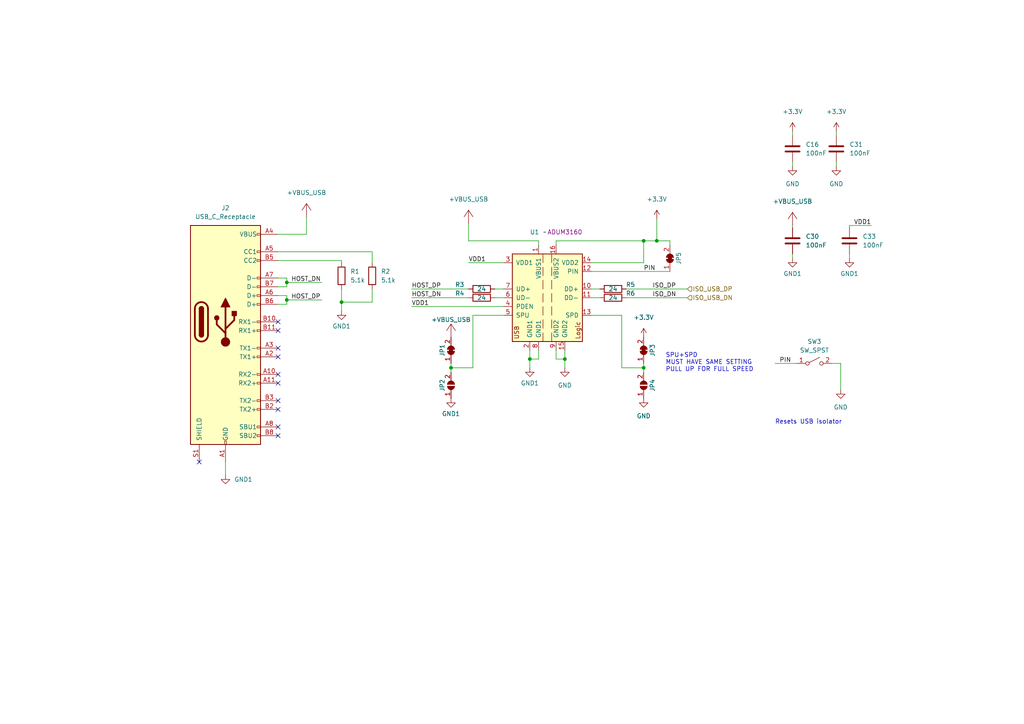
<source format=kicad_sch>
(kicad_sch (version 20211123) (generator eeschema)
  (paper "A4")
  (lib_symbols
    (symbol "+3.3V_1" (power) (pin_names (offset 0))
      (property "Value" "+3.3V_1" (at 0 3.556 0))
      (symbol "+3.3V_1_0_1"
        (polyline (pts (xy -0.762 1.27) (xy 0 2.54)))
        (polyline (pts (xy 0 0) (xy 0 2.54)))
        (polyline (pts (xy 0 2.54) (xy 0.762 1.27)))
      )
      (symbol "+3.3V_1_1_1"
        (pin power_in line (at 0 0 90) (length 0) hide (name "+3.3V") (number "1"))
      )
    )
    (symbol "Connector:USB_C_Receptacle" (pin_names (offset 1.016))
      (property "Reference" "J" (at -10.16 29.21 0))
      (property "Value" "USB_C_Receptacle" (at 10.16 29.21 0))
      (symbol "USB_C_Receptacle_0_0"
        (rectangle (start -0.254 -35.56) (end 0.254 -34.544))
        (rectangle (start 10.16 -32.766) (end 9.144 -33.274))
        (rectangle (start 10.16 -30.226) (end 9.144 -30.734))
        (rectangle (start 10.16 -25.146) (end 9.144 -25.654))
        (rectangle (start 10.16 -22.606) (end 9.144 -23.114))
        (rectangle (start 10.16 -17.526) (end 9.144 -18.034))
        (rectangle (start 10.16 -14.986) (end 9.144 -15.494))
        (rectangle (start 10.16 -9.906) (end 9.144 -10.414))
        (rectangle (start 10.16 -7.366) (end 9.144 -7.874))
        (rectangle (start 10.16 -2.286) (end 9.144 -2.794))
        (rectangle (start 10.16 0.254) (end 9.144 -0.254))
        (rectangle (start 10.16 5.334) (end 9.144 4.826))
        (rectangle (start 10.16 7.874) (end 9.144 7.366))
        (rectangle (start 10.16 10.414) (end 9.144 9.906))
        (rectangle (start 10.16 12.954) (end 9.144 12.446))
        (rectangle (start 10.16 18.034) (end 9.144 17.526))
        (rectangle (start 10.16 20.574) (end 9.144 20.066))
        (rectangle (start 10.16 25.654) (end 9.144 25.146))
      )
      (symbol "USB_C_Receptacle_0_1"
        (rectangle (start -10.16 27.94) (end 10.16 -35.56) (stroke (width 0.254)) (fill (type background)))
        (arc (start -8.89 -3.81) (mid -6.985 -5.715) (end -5.08 -3.81) (stroke (width 0.508)))
        (arc (start -7.62 -3.81) (mid -6.985 -4.445) (end -6.35 -3.81) (stroke (width 0.254)))
        (arc (start -7.62 -3.81) (mid -6.985 -4.445) (end -6.35 -3.81) (stroke (width 0.254)) (fill (type outline)))
        (rectangle (start -7.62 -3.81) (end -6.35 3.81) (stroke (width 0.254)) (fill (type outline)))
        (arc (start -6.35 3.81) (mid -6.985 4.445) (end -7.62 3.81) (stroke (width 0.254)))
        (arc (start -6.35 3.81) (mid -6.985 4.445) (end -7.62 3.81) (stroke (width 0.254)) (fill (type outline)))
        (arc (start -5.08 3.81) (mid -6.985 5.715) (end -8.89 3.81) (stroke (width 0.508)))
        (polyline (pts (xy -8.89 -3.81) (xy -8.89 3.81)) (stroke (width 0.508)))
        (polyline (pts (xy -5.08 3.81) (xy -5.08 -3.81)) (stroke (width 0.508)))
      )
      (symbol "USB_C_Receptacle_1_1"
        (circle (center -2.54 1.143) (radius 0.635) (stroke (width 0.254)) (fill (type outline)))
        (circle (center 0 -5.842) (radius 1.27) (fill (type outline)))
        (polyline (pts (xy 0 -5.842) (xy 0 4.318)) (stroke (width 0.508)))
        (polyline (pts (xy 0 -3.302) (xy -2.54 -0.762) (xy -2.54 0.508)) (stroke (width 0.508)))
        (polyline (pts (xy 0 -2.032) (xy 2.54 0.508) (xy 2.54 1.778)) (stroke (width 0.508)))
        (polyline (pts (xy -1.27 4.318) (xy 0 6.858) (xy 1.27 4.318) (xy -1.27 4.318)) (stroke (width 0.254)) (fill (type outline)))
        (rectangle (start 1.905 1.778) (end 3.175 3.048) (stroke (width 0.254)) (fill (type outline)))
        (pin passive line (at 0 -40.64 90) (length 5.08) (name "GND") (number "A1"))
        (pin bidirectional line (at 15.24 -15.24 180) (length 5.08) (name "RX2-") (number "A10"))
        (pin bidirectional line (at 15.24 -17.78 180) (length 5.08) (name "RX2+") (number "A11"))
        (pin passive line (at 0 -40.64 90) (length 5.08) hide (name "GND") (number "A12"))
        (pin bidirectional line (at 15.24 -10.16 180) (length 5.08) (name "TX1+") (number "A2"))
        (pin bidirectional line (at 15.24 -7.62 180) (length 5.08) (name "TX1-") (number "A3"))
        (pin passive line (at 15.24 25.4 180) (length 5.08) (name "VBUS") (number "A4"))
        (pin bidirectional line (at 15.24 20.32 180) (length 5.08) (name "CC1") (number "A5"))
        (pin bidirectional line (at 15.24 7.62 180) (length 5.08) (name "D+") (number "A6"))
        (pin bidirectional line (at 15.24 12.7 180) (length 5.08) (name "D-") (number "A7"))
        (pin bidirectional line (at 15.24 -30.48 180) (length 5.08) (name "SBU1") (number "A8"))
        (pin passive line (at 15.24 25.4 180) (length 5.08) hide (name "VBUS") (number "A9"))
        (pin passive line (at 0 -40.64 90) (length 5.08) hide (name "GND") (number "B1"))
        (pin bidirectional line (at 15.24 0 180) (length 5.08) (name "RX1-") (number "B10"))
        (pin bidirectional line (at 15.24 -2.54 180) (length 5.08) (name "RX1+") (number "B11"))
        (pin passive line (at 0 -40.64 90) (length 5.08) hide (name "GND") (number "B12"))
        (pin bidirectional line (at 15.24 -25.4 180) (length 5.08) (name "TX2+") (number "B2"))
        (pin bidirectional line (at 15.24 -22.86 180) (length 5.08) (name "TX2-") (number "B3"))
        (pin passive line (at 15.24 25.4 180) (length 5.08) hide (name "VBUS") (number "B4"))
        (pin bidirectional line (at 15.24 17.78 180) (length 5.08) (name "CC2") (number "B5"))
        (pin bidirectional line (at 15.24 5.08 180) (length 5.08) (name "D+") (number "B6"))
        (pin bidirectional line (at 15.24 10.16 180) (length 5.08) (name "D-") (number "B7"))
        (pin bidirectional line (at 15.24 -33.02 180) (length 5.08) (name "SBU2") (number "B8"))
        (pin passive line (at 15.24 25.4 180) (length 5.08) hide (name "VBUS") (number "B9"))
        (pin passive line (at -7.62 -40.64 90) (length 5.08) (name "SHIELD") (number "S1"))
      )
    )
    (symbol "Device:C" (pin_numbers hide) (pin_names (offset 0.254))
      (property "Reference" "C" (at 0.635 2.54 0))
      (property "Value" "C" (at 0.635 -2.54 0))
      (symbol "C_0_1"
        (polyline (pts (xy -2.032 -0.762) (xy 2.032 -0.762)) (stroke (width 0.508)))
        (polyline (pts (xy -2.032 0.762) (xy 2.032 0.762)) (stroke (width 0.508)))
      )
      (symbol "C_1_1"
        (pin passive line (at 0 3.81 270) (length 2.794) (name "~") (number "1"))
        (pin passive line (at 0 -3.81 90) (length 2.794) (name "~") (number "2"))
      )
    )
    (symbol "Device:R" (pin_numbers hide) (pin_names (offset 0))
      (property "Reference" "R" (at 2.032 0 90))
      (property "Value" "R" (at 0 0 90))
      (symbol "R_0_1"
        (rectangle (start -1.016 -2.54) (end 1.016 2.54) (stroke (width 0.254)))
      )
      (symbol "R_1_1"
        (pin passive line (at 0 3.81 270) (length 1.27) (name "~") (number "1"))
        (pin passive line (at 0 -3.81 90) (length 1.27) (name "~") (number "2"))
      )
    )
    (symbol "GND1_1" (power) (pin_names (offset 0))
      (property "Value" "GND1_1" (at 0 -3.81 0))
      (symbol "GND1_1_0_1"
        (polyline (pts (xy 0 0) (xy 0 -1.27) (xy 1.27 -1.27) (xy 0 -2.54) (xy -1.27 -1.27) (xy 0 -1.27)))
      )
      (symbol "GND1_1_1_1"
        (pin power_in line (at 0 0 270) (length 0) hide (name "GND1") (number "1"))
      )
    )
    (symbol "GND1_2" (power) (pin_names (offset 0))
      (property "Value" "GND1_2" (at 0 -3.81 0))
      (symbol "GND1_2_0_1"
        (polyline (pts (xy 0 0) (xy 0 -1.27) (xy 1.27 -1.27) (xy 0 -2.54) (xy -1.27 -1.27) (xy 0 -1.27)))
      )
      (symbol "GND1_2_1_1"
        (pin power_in line (at 0 0 270) (length 0) hide (name "GND1") (number "1"))
      )
    )
    (symbol "GND1_3" (power) (pin_names (offset 0))
      (property "Value" "GND1_3" (at 0 -3.81 0))
      (symbol "GND1_3_0_1"
        (polyline (pts (xy 0 0) (xy 0 -1.27) (xy 1.27 -1.27) (xy 0 -2.54) (xy -1.27 -1.27) (xy 0 -1.27)))
      )
      (symbol "GND1_3_1_1"
        (pin power_in line (at 0 0 270) (length 0) hide (name "GND1") (number "1"))
      )
    )
    (symbol "GND1_4" (power) (pin_names (offset 0))
      (property "Value" "GND1_4" (at 0 -3.81 0))
      (symbol "GND1_4_0_1"
        (polyline (pts (xy 0 0) (xy 0 -1.27) (xy 1.27 -1.27) (xy 0 -2.54) (xy -1.27 -1.27) (xy 0 -1.27)))
      )
      (symbol "GND1_4_1_1"
        (pin power_in line (at 0 0 270) (length 0) hide (name "GND1") (number "1"))
      )
    )
    (symbol "GND_1" (power) (pin_names (offset 0))
      (property "Value" "GND_1" (at 0 -3.81 0))
      (symbol "GND_1_0_1"
        (polyline (pts (xy 0 0) (xy 0 -1.27) (xy 1.27 -1.27) (xy 0 -2.54) (xy -1.27 -1.27) (xy 0 -1.27)))
      )
      (symbol "GND_1_1_1"
        (pin power_in line (at 0 0 270) (length 0) hide (name "GND") (number "1"))
      )
    )
    (symbol "GND_2" (power) (pin_names (offset 0))
      (property "Value" "GND_2" (at 0 -3.81 0))
      (symbol "GND_2_0_1"
        (polyline (pts (xy 0 0) (xy 0 -1.27) (xy 1.27 -1.27) (xy 0 -2.54) (xy -1.27 -1.27) (xy 0 -1.27)))
      )
      (symbol "GND_2_1_1"
        (pin power_in line (at 0 0 270) (length 0) hide (name "GND") (number "1"))
      )
    )
    (symbol "GND_3" (power) (pin_names (offset 0))
      (property "Value" "GND_3" (at 0 -3.81 0))
      (symbol "GND_3_0_1"
        (polyline (pts (xy 0 0) (xy 0 -1.27) (xy 1.27 -1.27) (xy 0 -2.54) (xy -1.27 -1.27) (xy 0 -1.27)))
      )
      (symbol "GND_3_1_1"
        (pin power_in line (at 0 0 270) (length 0) hide (name "GND") (number "1"))
      )
    )
    (symbol "Interface_USB:ADUM3160" (pin_names (offset 1.016))
      (property "Reference" "U" (at -10.16 13.97 0))
      (property "Value" "ADUM3160" (at 3.81 13.97 0))
      (symbol "ADUM3160_0_0"
        (text "Logic" (at 8.89 -12.065 900) (effects (font (size 1.27 1.27)) (justify left)))
      )
      (symbol "ADUM3160_0_1"
        (rectangle (start -10.16 12.7) (end 10.16 -12.7) (stroke (width 0.254)) (fill (type background)))
        (polyline (pts (xy -1.27 -10.16) (xy -1.27 -12.7)))
        (polyline (pts (xy -1.27 -6.35) (xy -1.27 -8.89)))
        (polyline (pts (xy -1.27 -2.54) (xy -1.27 -5.08)))
        (polyline (pts (xy -1.27 1.27) (xy -1.27 -1.27)))
        (polyline (pts (xy -1.27 5.08) (xy -1.27 2.54)))
        (polyline (pts (xy -1.27 8.89) (xy -1.27 6.35)))
        (polyline (pts (xy -1.27 12.7) (xy -1.27 10.16)))
        (polyline (pts (xy 1.27 -10.16) (xy 1.27 -12.7)))
        (polyline (pts (xy 1.27 -6.35) (xy 1.27 -8.89)))
        (polyline (pts (xy 1.27 -2.54) (xy 1.27 -5.08)))
        (polyline (pts (xy 1.27 1.27) (xy 1.27 -1.27)))
        (polyline (pts (xy 1.27 5.08) (xy 1.27 2.54)))
        (polyline (pts (xy 1.27 8.89) (xy 1.27 6.35)))
        (polyline (pts (xy 1.27 12.7) (xy 1.27 10.16)))
      )
      (symbol "ADUM3160_1_0"
        (text "USB" (at -8.89 -12.065 900) (effects (font (size 1.27 1.27)) (justify left)))
      )
      (symbol "ADUM3160_1_1"
        (pin power_in line (at -2.54 15.24 270) (length 2.54) (name "VBUS1") (number "1"))
        (pin bidirectional line (at 12.7 2.54 180) (length 2.54) (name "DD+") (number "10"))
        (pin bidirectional line (at 12.7 0 180) (length 2.54) (name "DD-") (number "11"))
        (pin input line (at 12.7 7.62 180) (length 2.54) (name "PIN") (number "12"))
        (pin input line (at 12.7 -5.08 180) (length 2.54) (name "SPD") (number "13"))
        (pin power_in line (at 12.7 10.16 180) (length 2.54) (name "VDD2") (number "14"))
        (pin power_in line (at 5.08 -15.24 90) (length 2.54) (name "GND2") (number "15"))
        (pin power_in line (at 2.54 15.24 270) (length 2.54) (name "VBUS2") (number "16"))
        (pin power_in line (at -5.08 -15.24 90) (length 2.54) (name "GND1") (number "2"))
        (pin power_in line (at -12.7 10.16 0) (length 2.54) (name "VDD1") (number "3"))
        (pin input line (at -12.7 -2.54 0) (length 2.54) (name "PDEN") (number "4"))
        (pin input line (at -12.7 -5.08 0) (length 2.54) (name "SPU") (number "5"))
        (pin bidirectional line (at -12.7 0 0) (length 2.54) (name "UD-") (number "6"))
        (pin bidirectional line (at -12.7 2.54 0) (length 2.54) (name "UD+") (number "7"))
        (pin power_in line (at -2.54 -15.24 90) (length 2.54) (name "GND1") (number "8"))
        (pin power_in line (at 2.54 -15.24 90) (length 2.54) (name "GND2") (number "9"))
      )
    )
    (symbol "Jumper:SolderJumper_2_Bridged" (pin_names (offset 0) hide)
      (property "Reference" "JP" (at 0 2.032 0))
      (property "Value" "SolderJumper_2_Bridged" (at 0 -2.54 0))
      (symbol "SolderJumper_2_Bridged_0_1"
        (rectangle (start -0.508 0.508) (end 0.508 -0.508) (fill (type outline)))
        (arc (start -0.254 1.016) (mid -1.27 0) (end -0.254 -1.016))
        (arc (start -0.254 1.016) (mid -1.27 0) (end -0.254 -1.016) (fill (type outline)))
        (polyline (pts (xy -0.254 1.016) (xy -0.254 -1.016)))
        (polyline (pts (xy 0.254 1.016) (xy 0.254 -1.016)))
        (arc (start 0.254 -1.016) (mid 1.27 0) (end 0.254 1.016))
        (arc (start 0.254 -1.016) (mid 1.27 0) (end 0.254 1.016) (fill (type outline)))
      )
      (symbol "SolderJumper_2_Bridged_1_1"
        (pin passive line (at -3.81 0 0) (length 2.54) (name "A") (number "1"))
        (pin passive line (at 3.81 0 180) (length 2.54) (name "B") (number "2"))
      )
    )
    (symbol "Jumper:SolderJumper_2_Open" (pin_names (offset 0) hide)
      (property "Reference" "JP" (at 0 2.032 0))
      (property "Value" "SolderJumper_2_Open" (at 0 -2.54 0))
      (symbol "SolderJumper_2_Open_0_1"
        (arc (start -0.254 1.016) (mid -1.27 0) (end -0.254 -1.016))
        (arc (start -0.254 1.016) (mid -1.27 0) (end -0.254 -1.016) (fill (type outline)))
        (polyline (pts (xy -0.254 1.016) (xy -0.254 -1.016)))
        (polyline (pts (xy 0.254 1.016) (xy 0.254 -1.016)))
        (arc (start 0.254 -1.016) (mid 1.27 0) (end 0.254 1.016))
        (arc (start 0.254 -1.016) (mid 1.27 0) (end 0.254 1.016) (fill (type outline)))
      )
      (symbol "SolderJumper_2_Open_1_1"
        (pin passive line (at -3.81 0 0) (length 2.54) (name "A") (number "1"))
        (pin passive line (at 3.81 0 180) (length 2.54) (name "B") (number "2"))
      )
    )
    (symbol "PDHV_sym:+VBUS_USB" (power) (in_bom no) (on_board no)
      (property "Value" "+VBUS_USB" (at 0 5.08 0))
      (symbol "+VBUS_USB_0_1"
        (polyline (pts (xy 0 0) (xy 0 3.81)))
        (polyline (pts (xy 0 3.81) (xy -1.27 1.905)))
        (polyline (pts (xy 0 3.81) (xy 1.27 1.905)))
      )
      (symbol "+VBUS_USB_1_1"
        (pin power_in line (at 0 0 90) (length 2.54) hide (name "+VBUS_USB") (number "1"))
      )
    )
    (symbol "Switch:SW_SPST" (pin_names (offset 0) hide)
      (property "Reference" "SW" (at 0 3.175 0))
      (property "Value" "SW_SPST" (at 0 -2.54 0))
      (symbol "SW_SPST_0_0"
        (circle (center -2.032 0) (radius 0.508))
        (polyline (pts (xy -1.524 0.254) (xy 1.524 1.778)))
        (circle (center 2.032 0) (radius 0.508))
      )
      (symbol "SW_SPST_1_1"
        (pin passive line (at -5.08 0 0) (length 2.54) (name "A") (number "1"))
        (pin passive line (at 5.08 0 180) (length 2.54) (name "B") (number "2"))
      )
    )
    (symbol "power:+3.3V" (power) (pin_names (offset 0))
      (property "Value" "+3.3V" (at 0 3.556 0))
      (symbol "+3.3V_0_1"
        (polyline (pts (xy -0.762 1.27) (xy 0 2.54)))
        (polyline (pts (xy 0 0) (xy 0 2.54)))
        (polyline (pts (xy 0 2.54) (xy 0.762 1.27)))
      )
      (symbol "+3.3V_1_1"
        (pin power_in line (at 0 0 90) (length 0) hide (name "+3.3V") (number "1"))
      )
    )
    (symbol "power:GND" (power) (pin_names (offset 0))
      (property "Value" "GND" (at 0 -3.81 0))
      (symbol "GND_0_1"
        (polyline (pts (xy 0 0) (xy 0 -1.27) (xy 1.27 -1.27) (xy 0 -2.54) (xy -1.27 -1.27) (xy 0 -1.27)))
      )
      (symbol "GND_1_1"
        (pin power_in line (at 0 0 270) (length 0) hide (name "GND") (number "1"))
      )
    )
    (symbol "power:GND1" (power) (pin_names (offset 0))
      (property "Value" "GND1" (at 0 -3.81 0))
      (symbol "GND1_0_1"
        (polyline (pts (xy 0 0) (xy 0 -1.27) (xy 1.27 -1.27) (xy 0 -2.54) (xy -1.27 -1.27) (xy 0 -1.27)))
      )
      (symbol "GND1_1_1"
        (pin power_in line (at 0 0 270) (length 0) hide (name "GND1") (number "1"))
      )
    )
  )
  (junction (at 186.69 69.85))
  (junction (at 163.83 104.14))
  (junction (at 186.69 106.68))
  (junction (at 83.185 86.995))
  (junction (at 153.67 104.14))
  (junction (at 83.185 81.915))
  (junction (at 130.81 106.68))
  (junction (at 190.5 69.85))
  (junction (at 99.06 87.63))
  (no_connect (at 80.645 126.365))
  (no_connect (at 80.645 108.585))
  (no_connect (at 80.645 103.505))
  (no_connect (at 80.645 100.965))
  (no_connect (at 80.645 95.885))
  (no_connect (at 80.645 93.345))
  (no_connect (at 80.645 123.825))
  (no_connect (at 80.645 118.745))
  (no_connect (at 80.645 116.205))
  (no_connect (at 80.645 111.125))
  (no_connect (at 57.785 133.985))
  (wire (pts (xy 163.83 104.14) (xy 163.83 106.68)))
  (wire (pts (xy 119.38 88.9) (xy 146.05 88.9)))
  (wire (pts (xy 190.5 63.5) (xy 190.5 69.85)))
  (wire (pts (xy 171.45 76.2) (xy 186.69 76.2)))
  (wire (pts (xy 80.645 75.565) (xy 99.06 75.565)))
  (wire (pts (xy 83.185 81.915) (xy 93.345 81.915)))
  (wire (pts (xy 143.51 86.36) (xy 146.05 86.36)))
  (wire (pts (xy 99.06 83.82) (xy 99.06 87.63)))
  (wire (pts (xy 130.81 106.68) (xy 137.16 106.68)))
  (wire (pts (xy 80.645 73.025) (xy 107.95 73.025)))
  (wire (pts (xy 161.29 69.85) (xy 186.69 69.85)))
  (wire (pts (xy 243.84 113.03) (xy 243.84 105.41)))
  (wire (pts (xy 135.89 69.85) (xy 156.21 69.85)))
  (wire (pts (xy 186.69 105.41) (xy 186.69 106.68)))
  (wire (pts (xy 186.69 76.2) (xy 186.69 69.85)))
  (wire (pts (xy 119.38 83.82) (xy 135.89 83.82)))
  (wire (pts (xy 156.21 104.14) (xy 156.21 101.6)))
  (wire (pts (xy 83.185 81.915) (xy 83.185 83.185)))
  (wire (pts (xy 83.185 86.995) (xy 93.345 86.995)))
  (wire (pts (xy 161.29 71.12) (xy 161.29 69.85)))
  (wire (pts (xy 83.185 85.725) (xy 83.185 86.995)))
  (wire (pts (xy 161.29 104.14) (xy 163.83 104.14)))
  (wire (pts (xy 83.185 83.185) (xy 80.645 83.185)))
  (wire (pts (xy 99.06 75.565) (xy 99.06 76.2)))
  (wire (pts (xy 137.16 91.44) (xy 137.16 106.68)))
  (wire (pts (xy 146.05 91.44) (xy 137.16 91.44)))
  (wire (pts (xy 246.38 65.405) (xy 246.38 66.04)))
  (wire (pts (xy 99.06 87.63) (xy 99.06 90.17)))
  (wire (pts (xy 83.185 86.995) (xy 83.185 88.265)))
  (wire (pts (xy 130.81 106.68) (xy 130.81 107.95)))
  (wire (pts (xy 186.69 69.85) (xy 190.5 69.85)))
  (wire (pts (xy 65.405 133.985) (xy 65.405 137.795)))
  (wire (pts (xy 80.645 88.265) (xy 83.185 88.265)))
  (wire (pts (xy 153.67 104.14) (xy 156.21 104.14)))
  (wire (pts (xy 153.67 101.6) (xy 153.67 104.14)))
  (wire (pts (xy 161.29 101.6) (xy 161.29 104.14)))
  (wire (pts (xy 242.57 46.99) (xy 242.57 48.26)))
  (wire (pts (xy 119.38 86.36) (xy 135.89 86.36)))
  (wire (pts (xy 171.45 83.82) (xy 173.99 83.82)))
  (wire (pts (xy 181.61 83.82) (xy 199.39 83.82)))
  (wire (pts (xy 181.61 86.36) (xy 199.39 86.36)))
  (wire (pts (xy 243.84 105.41) (xy 241.3 105.41)))
  (wire (pts (xy 107.95 76.2) (xy 107.95 73.025)))
  (wire (pts (xy 153.67 106.68) (xy 153.67 104.14)))
  (wire (pts (xy 156.21 69.85) (xy 156.21 71.12)))
  (wire (pts (xy 163.83 104.14) (xy 163.83 101.6)))
  (wire (pts (xy 83.185 80.645) (xy 83.185 81.915)))
  (wire (pts (xy 88.9 62.865) (xy 88.9 67.945)))
  (wire (pts (xy 224.79 105.41) (xy 231.14 105.41)))
  (wire (pts (xy 99.06 87.63) (xy 107.95 87.63)))
  (wire (pts (xy 80.645 80.645) (xy 83.185 80.645)))
  (wire (pts (xy 246.38 65.405) (xy 252.73 65.405)))
  (wire (pts (xy 135.89 64.77) (xy 135.89 69.85)))
  (wire (pts (xy 229.87 46.99) (xy 229.87 48.26)))
  (wire (pts (xy 246.38 73.66) (xy 246.38 74.93)))
  (wire (pts (xy 135.89 76.2) (xy 146.05 76.2)))
  (wire (pts (xy 80.645 85.725) (xy 83.185 85.725)))
  (wire (pts (xy 194.31 69.85) (xy 194.31 71.12)))
  (wire (pts (xy 186.69 106.68) (xy 180.34 106.68)))
  (wire (pts (xy 180.34 91.44) (xy 180.34 106.68)))
  (wire (pts (xy 229.87 65.405) (xy 229.87 66.04)))
  (wire (pts (xy 171.45 78.74) (xy 194.31 78.74)))
  (wire (pts (xy 107.95 87.63) (xy 107.95 83.82)))
  (wire (pts (xy 242.57 38.1) (xy 242.57 39.37)))
  (wire (pts (xy 229.87 73.66) (xy 229.87 74.93)))
  (wire (pts (xy 171.45 91.44) (xy 180.34 91.44)))
  (wire (pts (xy 186.69 106.68) (xy 186.69 107.95)))
  (wire (pts (xy 130.81 105.41) (xy 130.81 106.68)))
  (wire (pts (xy 190.5 69.85) (xy 194.31 69.85)))
  (wire (pts (xy 229.87 38.1) (xy 229.87 39.37)))
  (wire (pts (xy 143.51 83.82) (xy 146.05 83.82)))
  (wire (pts (xy 171.45 86.36) (xy 173.99 86.36)))
  (wire (pts (xy 88.9 67.945) (xy 80.645 67.945)))
  (text "SPU+SPD\nMUST HAVE SAME SETTING\nPULL UP FOR FULL SPEED" (at 193.04 107.95 0) (effects (font (size 1.27 1.27)) (justify left bottom)))
  (text "Resets USB isolator" (at 224.79 123.19 0) (effects (font (size 1.27 1.27)) (justify left bottom)))
  (label "ISO_DN" (at 189.23 86.36 0))
  (label "PIN" (at 186.69 78.74 0))
  (label "HOST_DN" (at 84.455 81.915 0))
  (label "VDD1" (at 119.38 88.9 0))
  (label "ISO_DP" (at 189.23 83.82 0))
  (label "HOST_DP" (at 119.38 83.82 0))
  (label "VDD1" (at 135.89 76.2 0))
  (label "HOST_DP" (at 84.455 86.995 0))
  (label "HOST_DN" (at 119.38 86.36 0))
  (label "VDD1" (at 247.65 65.405 0))
  (label "PIN" (at 226.06 105.41 0))
  (hierarchical_label "ISO_USB_DN" (shape input) (at 199.39 86.36 0))
  (hierarchical_label "ISO_USB_DP" (shape input) (at 199.39 83.82 0))
  (symbol (lib_name "+3.3V_1") (lib_id "power:+3.3V") (at 190.5 63.5 0) (unit 1)
    (property "Reference" "#PWR014" (effects hide))
    (property "Value" "+3.3V" (at 190.5 57.785 0))
  )
  (symbol (lib_name "GND1_4") (lib_id "power:GND1") (at 130.81 115.57 0) (unit 1)
    (property "Reference" "#PWR010" (effects hide))
    (property "Value" "GND1" (at 130.81 120.015 0))
  )
  (symbol (lib_id "power:GND1") (at 229.87 74.93 0) (unit 1)
    (property "Reference" "#PWR056" (effects hide))
    (property "Value" "GND1" (at 229.87 79.375 0))
  )
  (symbol (lib_id "power:GND") (at 229.87 48.26 0) (unit 1)
    (property "Reference" "#PWR062" (effects hide))
    (property "Value" "GND" (at 229.87 53.34 0))
  )
  (symbol (lib_id "Device:C") (at 229.87 43.18 0) (unit 1)
    (property "Reference" "C16" (at 233.68 41.9099 0) (effects (justify left)))
    (property "Value" "100nF" (at 233.68 44.4499 0) (effects (justify left)))
    (property "Footprint" "Capacitor_SMD:C_0603_1608Metric" (effects hide))
    (property "Voltage" "10V" (effects hide))
    (property "MPN" "CC0603KRX7R6BB104" (effects hide))
  )
  (symbol (lib_name "GND_3") (lib_id "power:GND") (at 186.69 115.57 0) (unit 1)
    (property "Reference" "#PWR016" (effects hide))
    (property "Value" "~" (at 186.69 120.65 0))
  )
  (symbol (lib_id "Device:R") (at 177.8 86.36 90) (unit 1)
    (property "Reference" "R6" (at 182.88 85.09 90))
    (property "Value" "24" (at 177.8 86.36 90))
    (property "Footprint" "Resistor_SMD:R_0603_1608Metric" (effects hide))
    (property "Tol" "1%" (effects hide))
    (property "Digikey PN" "RMCF0603FT24R0CT-ND" (effects hide))
    (property "MPN" "RMCF0603FT24R0" (effects hide))
  )
  (symbol (lib_id "Jumper:SolderJumper_2_Bridged") (at 194.31 74.93 270) (mirror x) (unit 1)
    (property "Reference" "JP5" (at 196.85 74.93 0))
    (property "Footprint" "Jumper:SolderJumper-2_P1.3mm_Bridged_RoundedPad1.0x1.5mm" (effects hide))
    (property "MPN" "DNP" (effects hide))
  )
  (symbol (lib_name "GND1_2") (lib_id "power:GND1") (at 153.67 106.68 0) (unit 1)
    (property "Reference" "#PWR012" (effects hide))
    (property "Value" "GND1" (at 153.67 111.125 0))
  )
  (symbol (lib_name "GND1_1") (lib_id "power:GND1") (at 65.405 137.795 0) (unit 1)
    (property "Reference" "#PWR06" (effects hide))
    (property "Value" "GND1" (at 67.945 139.0649 0) (effects (justify left)))
  )
  (symbol (lib_name "GND_1") (lib_id "power:GND") (at 163.83 106.68 0) (unit 1)
    (property "Reference" "#PWR013" (effects hide))
    (property "Value" "GND" (at 163.83 111.76 0))
  )
  (symbol (lib_id "Device:R") (at 177.8 83.82 90) (unit 1)
    (property "Reference" "R5" (at 182.88 82.55 90))
    (property "Value" "24" (at 177.8 83.82 90))
    (property "Footprint" "Resistor_SMD:R_0603_1608Metric" (effects hide))
    (property "Tol" "1%" (effects hide))
    (property "Digikey PN" "RMCF0603FT24R0CT-ND" (effects hide))
    (property "MPN" "RMCF0603FT24R0" (effects hide))
  )
  (symbol (lib_id "PDHV_sym:+VBUS_USB") (at 130.81 97.79 0) (unit 1) (in_bom no) (on_board no)
    (property "Reference" "#PWR09" (effects hide))
    (property "Value" "+VBUS_USB" (at 130.81 92.71 0))
  )
  (symbol (lib_id "power:+3.3V") (at 242.57 38.1 0) (unit 1)
    (property "Reference" "#PWR057" (effects hide))
    (property "Value" "+3.3V" (at 242.57 32.385 0))
  )
  (symbol (lib_id "Connector:USB_C_Receptacle") (at 65.405 93.345 0) (unit 1)
    (property "Reference" "J2" (at 65.405 60.325 0))
    (property "Value" "USB_C_Receptacle" (at 65.405 62.865 0))
    (property "Footprint" "Connector_USB:USB_C_Receptacle_JAE_DX07S016JA1R1500" (effects hide))
    (property "Datasheet" "https://www.usb.org/sites/default/files/documents/usb_type-c.zip" (effects hide))
    (property "MPN" "DX07S016JA1R1500" (effects hide))
  )
  (symbol (lib_id "Device:R") (at 99.06 80.01 0) (unit 1)
    (property "Reference" "R1" (at 101.6 78.7399 0) (effects (justify left)))
    (property "Value" "5.1k" (at 101.6 81.2799 0) (effects (justify left)))
    (property "Footprint" "Resistor_SMD:R_0603_1608Metric" (effects hide))
    (property "Digikey PN" "RMCF0603FT5K10CT-ND" (effects hide))
    (property "MPN" "RMCF0603FT5K10" (effects hide))
    (property "Tol" "1%" (effects hide))
  )
  (symbol (lib_name "+3.3V_1") (lib_id "power:+3.3V") (at 186.69 97.79 0) (unit 1)
    (property "Reference" "#PWR0101" (effects hide))
    (property "Value" "+3.3V" (at 186.69 92.075 0))
  )
  (symbol (lib_id "Device:C") (at 229.87 69.85 0) (unit 1)
    (property "Reference" "C30" (at 233.68 68.5799 0) (effects (justify left)))
    (property "Value" "100nF" (at 233.68 71.1199 0) (effects (justify left)))
    (property "Footprint" "Capacitor_SMD:C_0603_1608Metric" (effects hide))
    (property "Voltage" "10V" (effects hide))
    (property "MPN" "CC0603KRX7R6BB104" (effects hide))
  )
  (symbol (lib_id "Jumper:SolderJumper_2_Bridged") (at 130.81 101.6 90) (unit 1)
    (property "Reference" "JP1" (at 128.27 101.6 0))
    (property "Footprint" "Jumper:SolderJumper-2_P1.3mm_Bridged_RoundedPad1.0x1.5mm" (effects hide))
    (property "MPN" "DNP" (effects hide))
  )
  (symbol (lib_id "PDHV_sym:+VBUS_USB") (at 135.89 64.77 0) (unit 1) (in_bom no) (on_board no)
    (property "Reference" "#PWR011" (effects hide))
    (property "Value" "+VBUS_USB" (at 135.89 57.785 0))
  )
  (symbol (lib_id "Device:R") (at 139.7 86.36 90) (unit 1)
    (property "Reference" "R4" (at 133.35 85.09 90))
    (property "Value" "24" (at 139.7 86.36 90))
    (property "Footprint" "Resistor_SMD:R_0603_1608Metric" (effects hide))
    (property "Tol" "1%" (effects hide))
    (property "Digikey PN" "RMCF0603FT24R0CT-ND" (effects hide))
    (property "MPN" "RMCF0603FT24R0" (effects hide))
  )
  (symbol (lib_name "GND1_3") (lib_id "power:GND1") (at 99.06 90.17 0) (unit 1)
    (property "Reference" "#PWR08" (effects hide))
    (property "Value" "GND1" (at 99.06 94.615 0))
  )
  (symbol (lib_id "Jumper:SolderJumper_2_Open") (at 186.69 111.76 270) (mirror x) (unit 1)
    (property "Reference" "JP4" (at 189.23 111.76 0))
    (property "Footprint" "Jumper:SolderJumper-2_P1.3mm_Open_RoundedPad1.0x1.5mm" (effects hide))
    (property "MPN" "DNP" (effects hide))
  )
  (symbol (lib_id "Device:R") (at 139.7 83.82 90) (unit 1)
    (property "Reference" "R3" (at 133.35 82.55 90))
    (property "Value" "24" (at 139.7 83.82 90))
    (property "Footprint" "Resistor_SMD:R_0603_1608Metric" (effects hide))
    (property "Tol" "1%" (effects hide))
    (property "Digikey PN" "RMCF0603FT24R0CT-ND" (effects hide))
    (property "MPN" "RMCF0603FT24R0" (effects hide))
  )
  (symbol (lib_id "Switch:SW_SPST") (at 236.22 105.41 0) (unit 1)
    (property "Reference" "SW3" (at 236.22 99.06 0))
    (property "Value" "SW_SPST" (at 236.22 101.6 0))
    (property "Footprint" "Button_Switch_SMD:SW_SPST_PTS645" (effects hide))
    (property "MPN" "PTS645SL43SMTR92 LFS" (effects hide))
  )
  (symbol (lib_id "power:+3.3V") (at 229.87 38.1 0) (unit 1)
    (property "Reference" "#PWR015" (effects hide))
    (property "Value" "+3.3V" (at 229.87 32.385 0))
  )
  (symbol (lib_id "Device:C") (at 242.57 43.18 0) (unit 1)
    (property "Reference" "C31" (at 246.38 41.9099 0) (effects (justify left)))
    (property "Value" "100nF" (at 246.38 44.4499 0) (effects (justify left)))
    (property "Footprint" "Capacitor_SMD:C_0603_1608Metric" (effects hide))
    (property "Voltage" "10V" (effects hide))
    (property "MPN" "CC0603KRX7R6BB104" (effects hide))
  )
  (symbol (lib_id "PDHV_sym:+VBUS_USB") (at 229.87 65.405 0) (unit 1) (in_bom no) (on_board no)
    (property "Reference" "#PWR055" (effects hide))
    (property "Value" "+VBUS_USB" (at 229.87 58.42 0))
  )
  (symbol (lib_id "power:GND") (at 242.57 48.26 0) (unit 1)
    (property "Reference" "#PWR058" (effects hide))
    (property "Value" "GND" (at 242.57 53.34 0))
  )
  (symbol (lib_id "power:GND1") (at 246.38 74.93 0) (unit 1)
    (property "Reference" "#PWR063" (effects hide))
    (property "Value" "GND1" (at 246.38 79.375 0))
  )
  (symbol (lib_id "Jumper:SolderJumper_2_Open") (at 130.81 111.76 90) (unit 1)
    (property "Reference" "JP2" (at 128.27 111.76 0))
    (property "Footprint" "Jumper:SolderJumper-2_P1.3mm_Open_RoundedPad1.0x1.5mm" (effects hide))
    (property "MPN" "DNP" (effects hide))
  )
  (symbol (lib_id "Jumper:SolderJumper_2_Bridged") (at 186.69 101.6 270) (mirror x) (unit 1)
    (property "Reference" "JP3" (at 189.23 101.6 0))
    (property "Footprint" "Jumper:SolderJumper-2_P1.3mm_Open_RoundedPad1.0x1.5mm" (effects hide))
    (property "MPN" "DNP" (effects hide))
  )
  (symbol (lib_id "Interface_USB:ADUM3160") (at 158.75 86.36 0) (unit 1)
    (property "Reference" "U1" (at 153.67 67.31 0) (effects (justify left)))
    (property "Value" "~" (at 157.48 67.31 0) (effects (justify left)))
    (property "Footprint" "Package_SO:SOIC-16W_7.5x10.3mm_P1.27mm" (effects hide))
    (property "Datasheet" "https://www.analog.com/media/en/technical-documentation/data-sheets/ADuM3160.pdf" (effects hide))
    (property "MPN" "ADUM3160" (at 163.83 67.31 0))
  )
  (symbol (lib_id "PDHV_sym:+VBUS_USB") (at 88.9 62.865 0) (unit 1) (in_bom no) (on_board no)
    (property "Reference" "#PWR07" (effects hide))
    (property "Value" "+VBUS_USB" (at 88.9 55.88 0))
  )
  (symbol (lib_name "GND_2") (lib_id "power:GND") (at 243.84 113.03 0) (unit 1)
    (property "Reference" "#PWR059" (effects hide))
    (property "Value" "GND" (at 243.84 118.11 0))
  )
  (symbol (lib_id "Device:R") (at 107.95 80.01 0) (unit 1)
    (property "Reference" "R2" (at 110.49 78.7399 0) (effects (justify left)))
    (property "Value" "5.1k" (at 110.49 81.2799 0) (effects (justify left)))
    (property "Footprint" "Resistor_SMD:R_0603_1608Metric" (effects hide))
    (property "Digikey PN" "RMCF0603FT5K10CT-ND" (effects hide))
    (property "MPN" "RMCF0603FT5K10" (effects hide))
    (property "Tol" "1%" (effects hide))
  )
  (symbol (lib_id "Device:C") (at 246.38 69.85 0) (unit 1)
    (property "Reference" "C33" (at 250.19 68.5799 0) (effects (justify left)))
    (property "Value" "100nF" (at 250.19 71.1199 0) (effects (justify left)))
    (property "Footprint" "Capacitor_SMD:C_0603_1608Metric" (effects hide))
    (property "Voltage" "10V" (effects hide))
    (property "MPN" "CC0603KRX7R6BB104" (effects hide))
  )
)
</source>
